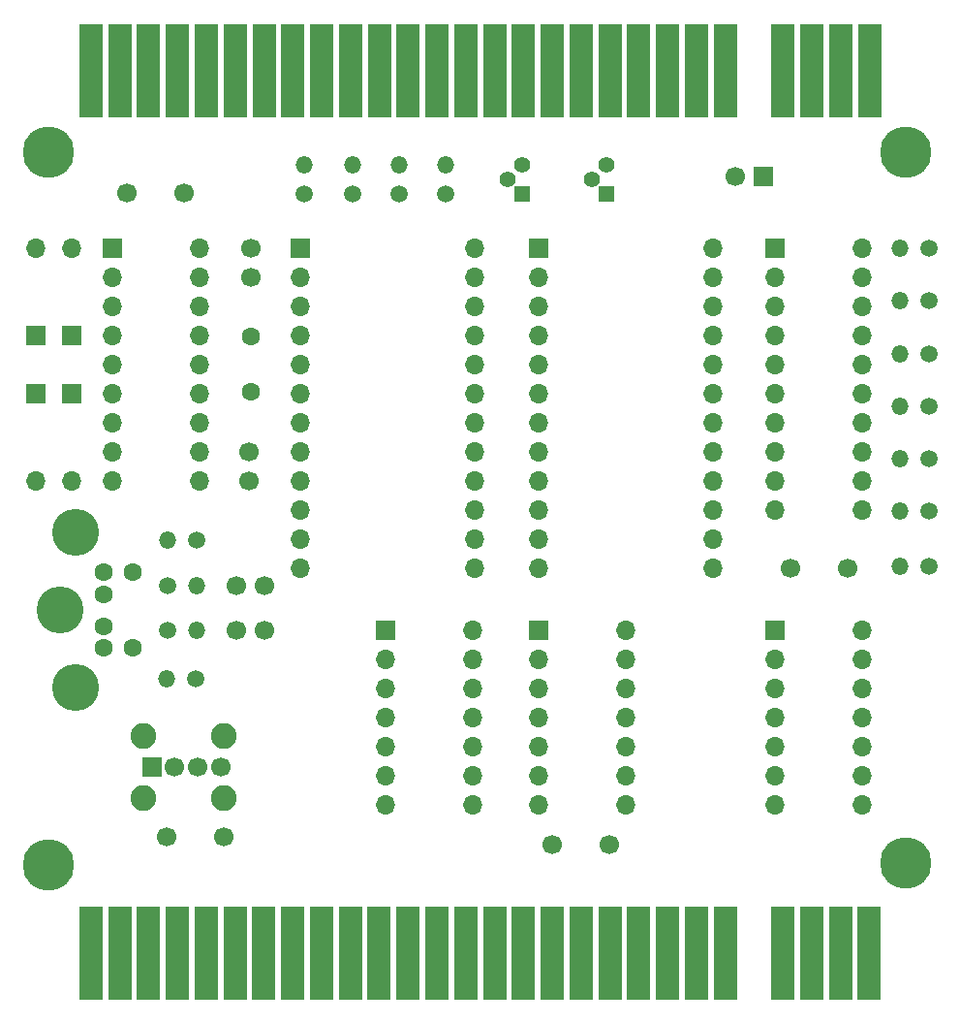
<source format=gts>
G04 #@! TF.GenerationSoftware,KiCad,Pcbnew,(5.1.6)-1*
G04 #@! TF.CreationDate,2021-02-12T18:18:09+01:00*
G04 #@! TF.ProjectId,keyface-external,6b657966-6163-4652-9d65-787465726e61,rev?*
G04 #@! TF.SameCoordinates,Original*
G04 #@! TF.FileFunction,Soldermask,Top*
G04 #@! TF.FilePolarity,Negative*
%FSLAX46Y46*%
G04 Gerber Fmt 4.6, Leading zero omitted, Abs format (unit mm)*
G04 Created by KiCad (PCBNEW (5.1.6)-1) date 2021-02-12 18:18:09*
%MOMM*%
%LPD*%
G01*
G04 APERTURE LIST*
%ADD10C,4.100000*%
%ADD11C,1.600000*%
%ADD12O,1.700000X1.700000*%
%ADD13R,1.700000X1.700000*%
%ADD14C,0.800000*%
%ADD15C,4.500000*%
%ADD16C,1.700000*%
%ADD17C,1.500000*%
%ADD18O,1.500000X1.500000*%
%ADD19R,1.400000X1.400000*%
%ADD20C,1.400000*%
%ADD21R,2.100000X8.100000*%
%ADD22C,2.250000*%
G04 APERTURE END LIST*
D10*
X105204000Y-92892000D03*
X103896000Y-99692000D03*
X105204000Y-106492000D03*
D11*
X107696000Y-98298000D03*
X110185200Y-96392000D03*
X107696000Y-96392000D03*
X110185200Y-102997000D03*
X107696000Y-102997000D03*
X107696000Y-101092000D03*
D12*
X101727000Y-68072000D03*
D13*
X101727000Y-75692000D03*
D14*
X104036726Y-58523274D03*
X102870000Y-58040000D03*
X101703274Y-58523274D03*
X101220000Y-59690000D03*
X101703274Y-60856726D03*
X102870000Y-61340000D03*
X104036726Y-60856726D03*
X104520000Y-59690000D03*
D15*
X102870000Y-59690000D03*
D14*
X178966726Y-58523274D03*
X177800000Y-58040000D03*
X176633274Y-58523274D03*
X176150000Y-59690000D03*
X176633274Y-60856726D03*
X177800000Y-61340000D03*
X178966726Y-60856726D03*
X179450000Y-59690000D03*
D15*
X177800000Y-59690000D03*
D14*
X178966726Y-120626274D03*
X177800000Y-120143000D03*
X176633274Y-120626274D03*
X176150000Y-121793000D03*
X176633274Y-122959726D03*
X177800000Y-123443000D03*
X178966726Y-122959726D03*
X179450000Y-121793000D03*
D15*
X177800000Y-121793000D03*
D14*
X104036726Y-120753274D03*
X102870000Y-120270000D03*
X101703274Y-120753274D03*
X101220000Y-121920000D03*
X101703274Y-123086726D03*
X102870000Y-123570000D03*
X104036726Y-123086726D03*
X104520000Y-121920000D03*
D15*
X102870000Y-121920000D03*
D13*
X165354000Y-61849000D03*
D16*
X162854000Y-61849000D03*
X121753000Y-97536000D03*
X119253000Y-97536000D03*
X119253000Y-101473000D03*
X121753000Y-101473000D03*
X167720000Y-96012000D03*
X172720000Y-96012000D03*
X109728000Y-63246000D03*
X114728000Y-63246000D03*
X120523000Y-70612000D03*
X120523000Y-68112000D03*
X120396000Y-88392000D03*
X120396000Y-85892000D03*
D13*
X108458000Y-68072000D03*
D12*
X116078000Y-88392000D03*
X108458000Y-70612000D03*
X116078000Y-85852000D03*
X108458000Y-73152000D03*
X116078000Y-83312000D03*
X108458000Y-75692000D03*
X116078000Y-80772000D03*
X108458000Y-78232000D03*
X116078000Y-78232000D03*
X108458000Y-80772000D03*
X116078000Y-75692000D03*
X108458000Y-83312000D03*
X116078000Y-73152000D03*
X108458000Y-85852000D03*
X116078000Y-70612000D03*
X108458000Y-88392000D03*
X116078000Y-68072000D03*
X160909000Y-68072000D03*
X145669000Y-96012000D03*
X160909000Y-70612000D03*
X145669000Y-93472000D03*
X160909000Y-73152000D03*
X145669000Y-90932000D03*
X160909000Y-75692000D03*
X145669000Y-88392000D03*
X160909000Y-78232000D03*
X145669000Y-85852000D03*
X160909000Y-80772000D03*
X145669000Y-83312000D03*
X160909000Y-83312000D03*
X145669000Y-80772000D03*
X160909000Y-85852000D03*
X145669000Y-78232000D03*
X160909000Y-88392000D03*
X145669000Y-75692000D03*
X160909000Y-90932000D03*
X145669000Y-73152000D03*
X160909000Y-93472000D03*
X145669000Y-70612000D03*
X160909000Y-96012000D03*
D13*
X145669000Y-68072000D03*
X124841000Y-68072000D03*
D12*
X140081000Y-96012000D03*
X124841000Y-70612000D03*
X140081000Y-93472000D03*
X124841000Y-73152000D03*
X140081000Y-90932000D03*
X124841000Y-75692000D03*
X140081000Y-88392000D03*
X124841000Y-78232000D03*
X140081000Y-85852000D03*
X124841000Y-80772000D03*
X140081000Y-83312000D03*
X124841000Y-83312000D03*
X140081000Y-80772000D03*
X124841000Y-85852000D03*
X140081000Y-78232000D03*
X124841000Y-88392000D03*
X140081000Y-75692000D03*
X124841000Y-90932000D03*
X140081000Y-73152000D03*
X124841000Y-93472000D03*
X140081000Y-70612000D03*
X124841000Y-96012000D03*
X140081000Y-68072000D03*
D13*
X166388000Y-68107600D03*
D12*
X174008000Y-90967600D03*
X166388000Y-70647600D03*
X174008000Y-88427600D03*
X166388000Y-73187600D03*
X174008000Y-85887600D03*
X166388000Y-75727600D03*
X174008000Y-83347600D03*
X166388000Y-78267600D03*
X174008000Y-80807600D03*
X166388000Y-80807600D03*
X174008000Y-78267600D03*
X166388000Y-83347600D03*
X174008000Y-75727600D03*
X166388000Y-85887600D03*
X174008000Y-73187600D03*
X166388000Y-88427600D03*
X174008000Y-70647600D03*
X166388000Y-90967600D03*
X174008000Y-68107600D03*
D13*
X132334000Y-101473000D03*
D12*
X139954000Y-116713000D03*
X132334000Y-104013000D03*
X139954000Y-114173000D03*
X132334000Y-106553000D03*
X139954000Y-111633000D03*
X132334000Y-109093000D03*
X139954000Y-109093000D03*
X132334000Y-111633000D03*
X139954000Y-106553000D03*
X132334000Y-114173000D03*
X139954000Y-104013000D03*
X132334000Y-116713000D03*
X139954000Y-101473000D03*
X153289000Y-101473000D03*
X145669000Y-116713000D03*
X153289000Y-104013000D03*
X145669000Y-114173000D03*
X153289000Y-106553000D03*
X145669000Y-111633000D03*
X153289000Y-109093000D03*
X145669000Y-109093000D03*
X153289000Y-111633000D03*
X145669000Y-106553000D03*
X153289000Y-114173000D03*
X145669000Y-104013000D03*
X153289000Y-116713000D03*
D13*
X145669000Y-101473000D03*
X166370000Y-101473000D03*
D12*
X173990000Y-116713000D03*
X166370000Y-104013000D03*
X173990000Y-114173000D03*
X166370000Y-106553000D03*
X173990000Y-111633000D03*
X166370000Y-109093000D03*
X173990000Y-109093000D03*
X166370000Y-111633000D03*
X173990000Y-106553000D03*
X166370000Y-114173000D03*
X173990000Y-104013000D03*
X166370000Y-116713000D03*
X173990000Y-101473000D03*
D11*
X120523000Y-80645000D03*
X120523000Y-75765000D03*
D17*
X113284000Y-101473000D03*
D18*
X115824000Y-101473000D03*
X115824000Y-97536000D03*
D17*
X113284000Y-97536000D03*
X179832000Y-95885000D03*
D18*
X177292000Y-95885000D03*
D17*
X125222000Y-63373000D03*
D18*
X125222000Y-60833000D03*
X129413000Y-60833000D03*
D17*
X129413000Y-63373000D03*
D18*
X133477000Y-60833000D03*
D17*
X133477000Y-63373000D03*
X137541000Y-63373000D03*
D18*
X137541000Y-60833000D03*
X177292000Y-68072000D03*
D17*
X179832000Y-68072000D03*
X179832000Y-72644000D03*
D18*
X177292000Y-72644000D03*
X177292000Y-77343000D03*
D17*
X179832000Y-77343000D03*
X179832000Y-81915000D03*
D18*
X177292000Y-81915000D03*
X177292000Y-86487000D03*
D17*
X179832000Y-86487000D03*
X179832000Y-91059000D03*
D18*
X177292000Y-91059000D03*
D17*
X115824000Y-93599000D03*
D18*
X113284000Y-93599000D03*
X113182400Y-105664000D03*
D17*
X115722400Y-105664000D03*
D19*
X144272000Y-63373000D03*
D20*
X144272000Y-60833000D03*
X143002000Y-62103000D03*
X150368000Y-62103000D03*
X151638000Y-60833000D03*
D19*
X151638000Y-63373000D03*
D21*
X174613000Y-52578000D03*
X172093000Y-52578000D03*
X169573000Y-52578000D03*
X167053000Y-52578000D03*
X162013000Y-52578000D03*
X159493000Y-52578000D03*
X156973000Y-52578000D03*
X154453000Y-52578000D03*
X151933000Y-52578000D03*
X149413000Y-52578000D03*
X146893000Y-52578000D03*
X144373000Y-52578000D03*
X141853000Y-52578000D03*
X139333000Y-52578000D03*
X136813000Y-52578000D03*
X134293000Y-52578000D03*
X131773000Y-52578000D03*
X129253000Y-52578000D03*
X126733000Y-52578000D03*
X124213000Y-52578000D03*
X121693000Y-52578000D03*
X119173000Y-52578000D03*
X116653000Y-52578000D03*
X114133000Y-52578000D03*
X111613000Y-52578000D03*
X109093000Y-52578000D03*
X106573000Y-52578000D03*
X174606000Y-129654000D03*
X172086000Y-129654000D03*
X169566000Y-129654000D03*
X167046000Y-129654000D03*
X162006000Y-129654000D03*
X159486000Y-129654000D03*
X156966000Y-129654000D03*
X154446000Y-129654000D03*
X151926000Y-129654000D03*
X149406000Y-129654000D03*
X146886000Y-129654000D03*
X144366000Y-129654000D03*
X141846000Y-129654000D03*
X139326000Y-129654000D03*
X136806000Y-129654000D03*
X134286000Y-129654000D03*
X131766000Y-129654000D03*
X129246000Y-129654000D03*
X126726000Y-129654000D03*
X124206000Y-129654000D03*
X121686000Y-129654000D03*
X119166000Y-129654000D03*
X116646000Y-129654000D03*
X114126000Y-129654000D03*
X111606000Y-129654000D03*
X109086000Y-129654000D03*
X106566000Y-129654000D03*
D16*
X117887000Y-113411000D03*
X115887000Y-113411000D03*
X113887000Y-113411000D03*
D13*
X111887000Y-113411000D03*
D22*
X111157000Y-116131000D03*
X118157000Y-116131000D03*
X118157000Y-110691000D03*
X111157000Y-110691000D03*
D12*
X104902000Y-68072000D03*
D13*
X104902000Y-75692000D03*
X104902000Y-80772000D03*
D12*
X104902000Y-88392000D03*
D13*
X101727000Y-80772000D03*
D12*
X101727000Y-88392000D03*
D16*
X151892000Y-120142000D03*
X146892000Y-120142000D03*
X118157000Y-119507000D03*
X113157000Y-119507000D03*
M02*

</source>
